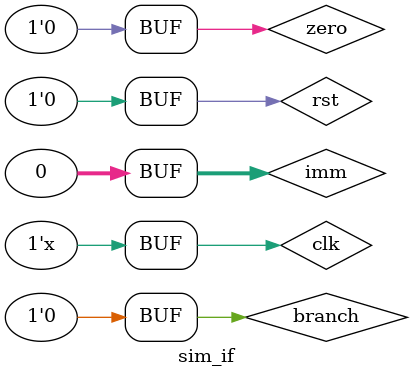
<source format=v>
module sim_if ();
    reg clk=0, rst=1;
    wire branch=0, zero=0;
    wire [31:0] imm=0;
    wire [31:0] instruct;
    wire [31:0] pc;
    wire upg_rst_i, upg_clk_i, upg_wen_i, upg_done_i;
    wire [14:0] upg_adr_i;
    wire [31:0] upg_dat_i;
    stage_if IF (
        .clk(clk),
        .rst(rst),
        .branch(branch),
        .zero(zero),
        .imm(imm),
        .instruct(instruct),
        .pc(pc),
        .upg_rst_i(upg_rst_i),
        .upg_clk_i(upg_clk_i),
        .upg_wen_i(upg_wen_i),
        .upg_adr_i(upg_adr_i),
        .upg_dat_i(upg_dat_i),
        .upg_done_i(upg_done_i)
    );
    always begin
        #10 clk = !clk;
    end
    initial begin
        #100 begin
            rst = 0;
        end
    end
endmodule

</source>
